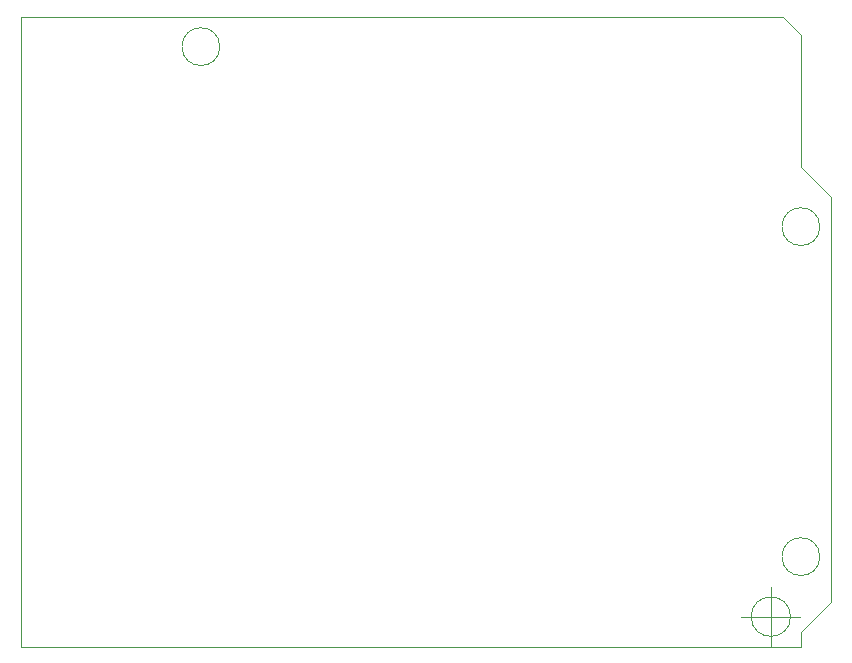
<source format=gm1>
G04 #@! TF.GenerationSoftware,KiCad,Pcbnew,6.0.2+dfsg-1*
G04 #@! TF.CreationDate,2022-11-01T12:40:41+01:00*
G04 #@! TF.ProjectId,birnduino,6269726e-6475-4696-9e6f-2e6b69636164,rev?*
G04 #@! TF.SameCoordinates,Original*
G04 #@! TF.FileFunction,Profile,NP*
%FSLAX46Y46*%
G04 Gerber Fmt 4.6, Leading zero omitted, Abs format (unit mm)*
G04 Created by KiCad (PCBNEW 6.0.2+dfsg-1) date 2022-11-01 12:40:41*
%MOMM*%
%LPD*%
G01*
G04 APERTURE LIST*
G04 #@! TA.AperFunction,Profile*
%ADD10C,0.100000*%
G04 #@! TD*
G04 APERTURE END LIST*
D10*
X204470000Y-102870000D02*
X138430000Y-102870000D01*
X207010000Y-64770000D02*
X204470000Y-62230000D01*
X138430000Y-102870000D02*
X138430000Y-49530000D01*
X204470000Y-102870000D02*
X204470000Y-101600000D01*
X155270000Y-52070000D02*
G75*
G03*
X155270000Y-52070000I-1600000J0D01*
G01*
X207010000Y-99060000D02*
X207010000Y-64770000D01*
X202946000Y-49530000D02*
X138430000Y-49530000D01*
X204470000Y-101600000D02*
X207010000Y-99060000D01*
X206070000Y-95250000D02*
G75*
G03*
X206070000Y-95250000I-1600000J0D01*
G01*
X204470000Y-62230000D02*
X204470000Y-51054000D01*
X206070000Y-67310000D02*
G75*
G03*
X206070000Y-67310000I-1600000J0D01*
G01*
X204470000Y-51054000D02*
X202946000Y-49530000D01*
X203596666Y-100330000D02*
G75*
G03*
X203596666Y-100330000I-1666666J0D01*
G01*
X199430000Y-100330000D02*
X204430000Y-100330000D01*
X201930000Y-97830000D02*
X201930000Y-102830000D01*
M02*

</source>
